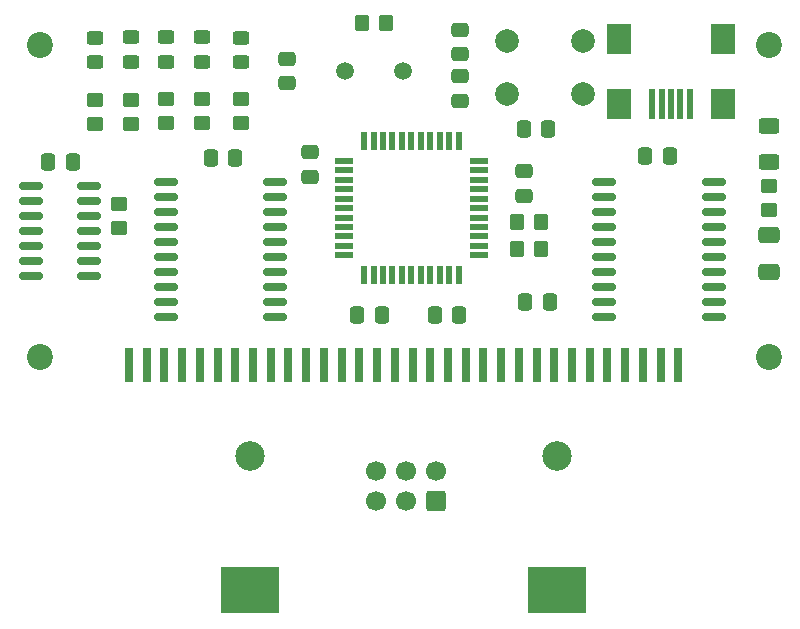
<source format=gbr>
%TF.GenerationSoftware,KiCad,Pcbnew,7.0.10*%
%TF.CreationDate,2024-03-10T15:03:06+01:00*%
%TF.ProjectId,dmg-gbc-cartridge-reader,646d672d-6762-4632-9d63-617274726964,rev?*%
%TF.SameCoordinates,Original*%
%TF.FileFunction,Soldermask,Top*%
%TF.FilePolarity,Negative*%
%FSLAX46Y46*%
G04 Gerber Fmt 4.6, Leading zero omitted, Abs format (unit mm)*
G04 Created by KiCad (PCBNEW 7.0.10) date 2024-03-10 15:03:06*
%MOMM*%
%LPD*%
G01*
G04 APERTURE LIST*
G04 Aperture macros list*
%AMRoundRect*
0 Rectangle with rounded corners*
0 $1 Rounding radius*
0 $2 $3 $4 $5 $6 $7 $8 $9 X,Y pos of 4 corners*
0 Add a 4 corners polygon primitive as box body*
4,1,4,$2,$3,$4,$5,$6,$7,$8,$9,$2,$3,0*
0 Add four circle primitives for the rounded corners*
1,1,$1+$1,$2,$3*
1,1,$1+$1,$4,$5*
1,1,$1+$1,$6,$7*
1,1,$1+$1,$8,$9*
0 Add four rect primitives between the rounded corners*
20,1,$1+$1,$2,$3,$4,$5,0*
20,1,$1+$1,$4,$5,$6,$7,0*
20,1,$1+$1,$6,$7,$8,$9,0*
20,1,$1+$1,$8,$9,$2,$3,0*%
G04 Aperture macros list end*
%ADD10RoundRect,0.250000X0.475000X-0.337500X0.475000X0.337500X-0.475000X0.337500X-0.475000X-0.337500X0*%
%ADD11C,2.200000*%
%ADD12RoundRect,0.250000X0.450000X-0.350000X0.450000X0.350000X-0.450000X0.350000X-0.450000X-0.350000X0*%
%ADD13C,2.000000*%
%ADD14RoundRect,0.250000X0.337500X0.475000X-0.337500X0.475000X-0.337500X-0.475000X0.337500X-0.475000X0*%
%ADD15RoundRect,0.250000X-0.337500X-0.475000X0.337500X-0.475000X0.337500X0.475000X-0.337500X0.475000X0*%
%ADD16RoundRect,0.250000X-0.475000X0.337500X-0.475000X-0.337500X0.475000X-0.337500X0.475000X0.337500X0*%
%ADD17RoundRect,0.250000X-0.350000X-0.450000X0.350000X-0.450000X0.350000X0.450000X-0.350000X0.450000X0*%
%ADD18RoundRect,0.250000X-0.450000X0.350000X-0.450000X-0.350000X0.450000X-0.350000X0.450000X0.350000X0*%
%ADD19RoundRect,0.150000X-0.825000X-0.150000X0.825000X-0.150000X0.825000X0.150000X-0.825000X0.150000X0*%
%ADD20RoundRect,0.250000X-0.650000X0.412500X-0.650000X-0.412500X0.650000X-0.412500X0.650000X0.412500X0*%
%ADD21C,2.500000*%
%ADD22R,5.000000X4.000000*%
%ADD23R,0.750000X3.000000*%
%ADD24RoundRect,0.250000X0.450000X-0.325000X0.450000X0.325000X-0.450000X0.325000X-0.450000X-0.325000X0*%
%ADD25RoundRect,0.250000X0.625000X-0.400000X0.625000X0.400000X-0.625000X0.400000X-0.625000X-0.400000X0*%
%ADD26C,0.001000*%
%ADD27R,0.500000X2.500000*%
%ADD28R,2.000000X2.500000*%
%ADD29RoundRect,0.150000X-0.875000X-0.150000X0.875000X-0.150000X0.875000X0.150000X-0.875000X0.150000X0*%
%ADD30C,1.500000*%
%ADD31R,1.500000X0.550000*%
%ADD32R,0.550000X1.500000*%
%ADD33RoundRect,0.250000X0.600000X-0.600000X0.600000X0.600000X-0.600000X0.600000X-0.600000X-0.600000X0*%
%ADD34C,1.700000*%
G04 APERTURE END LIST*
D10*
%TO.C,C4*%
X78867000Y-54996900D03*
X78867000Y-52921900D03*
%TD*%
%TO.C,C3*%
X64262000Y-57452900D03*
X64262000Y-55377900D03*
%TD*%
D11*
%TO.C,H1*%
X43307000Y-80645000D03*
%TD*%
%TO.C,H2*%
X105029000Y-54229000D03*
%TD*%
D12*
%TO.C,R7*%
X53975000Y-60801000D03*
X53975000Y-58801000D03*
%TD*%
%TO.C,R8*%
X57023000Y-60801000D03*
X57023000Y-58801000D03*
%TD*%
%TO.C,R10*%
X48006000Y-60880000D03*
X48006000Y-58880000D03*
%TD*%
D13*
%TO.C,SW1*%
X89356000Y-58384000D03*
X82856000Y-58384000D03*
X89356000Y-53884000D03*
X82856000Y-53884000D03*
%TD*%
D11*
%TO.C,H4*%
X105029000Y-80645000D03*
%TD*%
D14*
%TO.C,C11*%
X86487000Y-75946000D03*
X84412000Y-75946000D03*
%TD*%
D15*
%TO.C,C1*%
X57785000Y-63754000D03*
X59860000Y-63754000D03*
%TD*%
%TO.C,C10*%
X94572000Y-63627000D03*
X96647000Y-63627000D03*
%TD*%
%TO.C,C5*%
X76752500Y-77089000D03*
X78827500Y-77089000D03*
%TD*%
D16*
%TO.C,C7*%
X66167000Y-63290500D03*
X66167000Y-65365500D03*
%TD*%
D14*
%TO.C,C8*%
X72263000Y-77089000D03*
X70188000Y-77089000D03*
%TD*%
D16*
%TO.C,C9*%
X84328000Y-64897000D03*
X84328000Y-66972000D03*
%TD*%
D17*
%TO.C,R2*%
X70612000Y-52329900D03*
X72612000Y-52329900D03*
%TD*%
%TO.C,R4*%
X83773000Y-69215000D03*
X85773000Y-69215000D03*
%TD*%
%TO.C,R5*%
X83773000Y-71501000D03*
X85773000Y-71501000D03*
%TD*%
D12*
%TO.C,R6*%
X51054000Y-60880000D03*
X51054000Y-58880000D03*
%TD*%
D18*
%TO.C,R3*%
X105029000Y-66167000D03*
X105029000Y-68167000D03*
%TD*%
D15*
%TO.C,C2*%
X44051500Y-64135000D03*
X46126500Y-64135000D03*
%TD*%
D19*
%TO.C,U4*%
X42548000Y-66167000D03*
X42548000Y-67437000D03*
X42548000Y-68707000D03*
X42548000Y-69977000D03*
X42548000Y-71247000D03*
X42548000Y-72517000D03*
X42548000Y-73787000D03*
X47498000Y-73787000D03*
X47498000Y-72517000D03*
X47498000Y-71247000D03*
X47498000Y-69977000D03*
X47498000Y-68707000D03*
X47498000Y-67437000D03*
X47498000Y-66167000D03*
%TD*%
D11*
%TO.C,H3*%
X43307000Y-54229000D03*
%TD*%
D16*
%TO.C,C6*%
X78867000Y-56853000D03*
X78867000Y-58928000D03*
%TD*%
D20*
%TO.C,C12*%
X105029000Y-70281000D03*
X105029000Y-73406000D03*
%TD*%
D12*
%TO.C,R9*%
X60325000Y-60801000D03*
X60325000Y-58801000D03*
%TD*%
%TO.C,R1*%
X50038000Y-69691000D03*
X50038000Y-67691000D03*
%TD*%
D21*
%TO.C,U1*%
X61134000Y-88976000D03*
D22*
X61134000Y-100376000D03*
D21*
X87134000Y-88976000D03*
D22*
X87134000Y-100376000D03*
D23*
X97384000Y-81276000D03*
X95884000Y-81276000D03*
X94384000Y-81276000D03*
X92884000Y-81276000D03*
X91384000Y-81276000D03*
X89884000Y-81276000D03*
X88384000Y-81276000D03*
X86884000Y-81276000D03*
X85384000Y-81276000D03*
X83884000Y-81276000D03*
X82384000Y-81276000D03*
X80884000Y-81276000D03*
X79384000Y-81276000D03*
X77884000Y-81276000D03*
X76384000Y-81276000D03*
X74884000Y-81276000D03*
X73384000Y-81276000D03*
X71884000Y-81276000D03*
X70384000Y-81276000D03*
X68884000Y-81276000D03*
X67384000Y-81276000D03*
X65884000Y-81276000D03*
X64384000Y-81276000D03*
X62884000Y-81276000D03*
X61384000Y-81276000D03*
X59884000Y-81276000D03*
X58384000Y-81276000D03*
X56884000Y-81276000D03*
X55384000Y-81276000D03*
X53884000Y-81276000D03*
X52384000Y-81276000D03*
X50884000Y-81276000D03*
%TD*%
D24*
%TO.C,D4*%
X60325000Y-55660500D03*
X60325000Y-53610500D03*
%TD*%
%TO.C,D1*%
X51054000Y-55609500D03*
X51054000Y-53559500D03*
%TD*%
%TO.C,D2*%
X53975000Y-55609500D03*
X53975000Y-53559500D03*
%TD*%
%TO.C,D5*%
X48006000Y-55661000D03*
X48006000Y-53611000D03*
%TD*%
%TO.C,D3*%
X57023000Y-55609500D03*
X57023000Y-53559500D03*
%TD*%
D25*
%TO.C,F1*%
X105029000Y-64135000D03*
X105029000Y-61035000D03*
%TD*%
D26*
%TO.C,J1*%
X98974000Y-56622400D03*
X94574000Y-56622400D03*
D27*
X98374000Y-59222400D03*
X97574000Y-59222400D03*
X96774000Y-59222400D03*
X95974000Y-59222400D03*
X95174000Y-59222400D03*
D28*
X101174000Y-59222400D03*
X92374000Y-59222400D03*
X92374000Y-53722400D03*
X101174000Y-53722400D03*
%TD*%
D29*
%TO.C,U5*%
X91108000Y-65786000D03*
X91108000Y-67056000D03*
X91108000Y-68326000D03*
X91108000Y-69596000D03*
X91108000Y-70866000D03*
X91108000Y-72136000D03*
X91108000Y-73406000D03*
X91108000Y-74676000D03*
X91108000Y-75946000D03*
X91108000Y-77216000D03*
X100408000Y-77216000D03*
X100408000Y-75946000D03*
X100408000Y-74676000D03*
X100408000Y-73406000D03*
X100408000Y-72136000D03*
X100408000Y-70866000D03*
X100408000Y-69596000D03*
X100408000Y-68326000D03*
X100408000Y-67056000D03*
X100408000Y-65786000D03*
%TD*%
D30*
%TO.C,Y1*%
X74041000Y-56393900D03*
X69161000Y-56393900D03*
%TD*%
D29*
%TO.C,U6*%
X53975000Y-65786000D03*
X53975000Y-67056000D03*
X53975000Y-68326000D03*
X53975000Y-69596000D03*
X53975000Y-70866000D03*
X53975000Y-72136000D03*
X53975000Y-73406000D03*
X53975000Y-74676000D03*
X53975000Y-75946000D03*
X53975000Y-77216000D03*
X63275000Y-77216000D03*
X63275000Y-75946000D03*
X63275000Y-74676000D03*
X63275000Y-73406000D03*
X63275000Y-72136000D03*
X63275000Y-70866000D03*
X63275000Y-69596000D03*
X63275000Y-68326000D03*
X63275000Y-67056000D03*
X63275000Y-65786000D03*
%TD*%
D31*
%TO.C,U2*%
X80488000Y-72008000D03*
X80488000Y-71208000D03*
X80488000Y-70408000D03*
X80488000Y-69608000D03*
X80488000Y-68808000D03*
X80488000Y-68008000D03*
X80488000Y-67208000D03*
X80488000Y-66408000D03*
X80488000Y-65608000D03*
X80488000Y-64808000D03*
X80488000Y-64008000D03*
D32*
X78788000Y-62308000D03*
X77988000Y-62308000D03*
X77188000Y-62308000D03*
X76388000Y-62308000D03*
X75588000Y-62308000D03*
X74788000Y-62308000D03*
X73988000Y-62308000D03*
X73188000Y-62308000D03*
X72388000Y-62308000D03*
X71588000Y-62308000D03*
X70788000Y-62308000D03*
D31*
X69088000Y-64008000D03*
X69088000Y-64808000D03*
X69088000Y-65608000D03*
X69088000Y-66408000D03*
X69088000Y-67208000D03*
X69088000Y-68008000D03*
X69088000Y-68808000D03*
X69088000Y-69608000D03*
X69088000Y-70408000D03*
X69088000Y-71208000D03*
X69088000Y-72008000D03*
D32*
X70788000Y-73708000D03*
X71588000Y-73708000D03*
X72388000Y-73708000D03*
X73188000Y-73708000D03*
X73988000Y-73708000D03*
X74788000Y-73708000D03*
X75588000Y-73708000D03*
X76388000Y-73708000D03*
X77188000Y-73708000D03*
X77988000Y-73708000D03*
X78788000Y-73708000D03*
%TD*%
D14*
%TO.C,C13*%
X86360000Y-61341000D03*
X84285000Y-61341000D03*
%TD*%
D33*
%TO.C,J2*%
X76835000Y-92837000D03*
D34*
X76835000Y-90297000D03*
X74295000Y-92837000D03*
X74295000Y-90297000D03*
X71755000Y-92837000D03*
X71755000Y-90297000D03*
%TD*%
M02*

</source>
